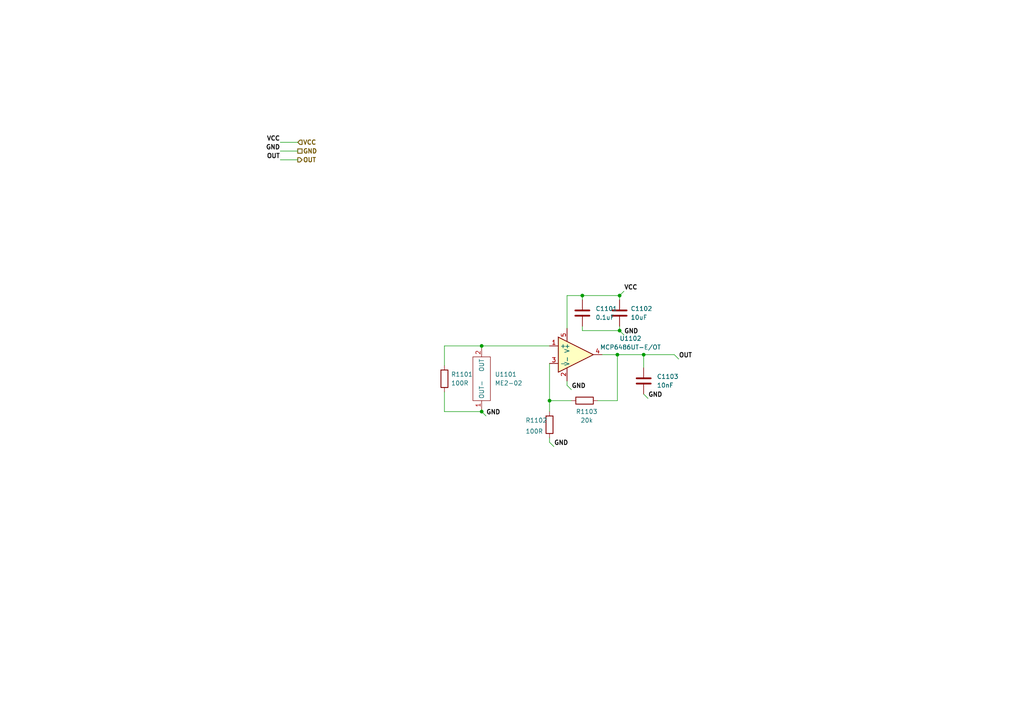
<source format=kicad_sch>
(kicad_sch (version 20211123) (generator eeschema)
  (paper "A4")
  (title_block (title "Power Unit - CanSat 2023") (date "2023-01-19") (rev "2023") (company "Project SkyFall") (comment 1 "David Haisman"))
  (lib_symbols
    (symbol "1Knihovna:MCP6486UT-E{slash}OT"
      (property "Reference" "U" (at 0 0 0))
      (property "Value" "MCP6486UT-E{slash}OT" (at 0 0 0))
      (symbol "MCP6486UT-E{slash}OT_0_1"
        (polyline (pts (xy -3.81 5.08) (xy 6.35 0) (xy -3.81 -5.08) (xy -3.81 5.08)) (stroke (width 0.254)) (fill (type background)))
      )
      (symbol "MCP6486UT-E{slash}OT_1_1"
        (pin input line (at -6.35 2.54 0) (length 2.54) (name "+") (number "1"))
        (pin power_in line (at -1.27 -7.62 90) (length 3.81) (name "V-") (number "2"))
        (pin input line (at -6.35 -2.54 0) (length 2.54) (name "-") (number "3"))
        (pin output line (at 8.89 0 180) (length 2.54) (name "~") (number "4"))
        (pin power_in line (at -1.27 7.62 270) (length 3.81) (name "V+") (number "5"))
      )
    )
    (symbol "1Knihovna:ME2-02"
      (property "Reference" "U" (at 0 7.62 0))
      (property "Value" "ME2-02" (at 0 5.08 0))
      (symbol "ME2-02_0_1"
        (rectangle (start -6.35 2.54) (end 6.35 -2.54))
      )
      (symbol "ME2-02_1_1"
        (pin passive line (at -8.89 0 0) (length 2.54) (name "OUT-") (number "1"))
        (pin output line (at 8.89 0 180) (length 2.54) (name "OUT") (number "2"))
        (pin no_connect line (at 0 -2.54 90) (length 2.54) hide (name "3") (number "3"))
      )
    )
    (symbol "Device:C" (pin_numbers hide) (pin_names (offset 0.254))
      (property "Reference" "C" (at 0.635 2.54 0))
      (property "Value" "C" (at 0.635 -2.54 0))
      (symbol "C_0_1"
        (polyline (pts (xy -2.032 -0.762) (xy 2.032 -0.762)) (stroke (width 0.508)))
        (polyline (pts (xy -2.032 0.762) (xy 2.032 0.762)) (stroke (width 0.508)))
      )
      (symbol "C_1_1"
        (pin passive line (at 0 3.81 270) (length 2.794) (name "~") (number "1"))
        (pin passive line (at 0 -3.81 90) (length 2.794) (name "~") (number "2"))
      )
    )
    (symbol "Device:R" (pin_numbers hide) (pin_names (offset 0))
      (property "Reference" "R" (at 2.032 0 90))
      (property "Value" "R" (at 0 0 90))
      (symbol "R_0_1"
        (rectangle (start -1.016 -2.54) (end 1.016 2.54) (stroke (width 0.254)))
      )
      (symbol "R_1_1"
        (pin passive line (at 0 3.81 270) (length 1.27) (name "~") (number "1"))
        (pin passive line (at 0 -3.81 90) (length 1.27) (name "~") (number "2"))
      )
    )
  )
  (junction (at 179.705 95.885))
  (junction (at 139.7 119.38))
  (junction (at 159.385 116.205))
  (junction (at 179.705 85.725))
  (junction (at 139.7 100.33))
  (junction (at 179.07 102.87))
  (junction (at 186.69 102.87))
  (junction (at 168.91 85.725))
  (wire (pts (xy 139.7 119.38) (xy 140.97 120.65)))
  (wire (pts (xy 139.7 118.745) (xy 139.7 119.38)))
  (wire (pts (xy 164.465 85.725) (xy 168.91 85.725)))
  (wire (pts (xy 173.355 116.205) (xy 179.07 116.205)))
  (wire (pts (xy 139.7 100.33) (xy 159.385 100.33)))
  (wire (pts (xy 179.705 85.725) (xy 180.975 84.455)))
  (wire (pts (xy 128.905 106.045) (xy 128.905 100.33)))
  (wire (pts (xy 164.465 111.76) (xy 165.735 113.03)))
  (wire (pts (xy 159.385 128.27) (xy 160.655 129.54)))
  (wire (pts (xy 186.69 106.68) (xy 186.69 102.87)))
  (wire (pts (xy 168.91 94.615) (xy 168.91 95.885)))
  (wire (pts (xy 179.705 95.885) (xy 179.705 94.615)))
  (wire (pts (xy 168.91 95.885) (xy 179.705 95.885)))
  (wire (pts (xy 165.735 116.205) (xy 159.385 116.205)))
  (wire (pts (xy 186.69 102.87) (xy 195.58 102.87)))
  (wire (pts (xy 174.625 102.87) (xy 179.07 102.87)))
  (wire (pts (xy 128.905 100.33) (xy 139.7 100.33)))
  (wire (pts (xy 159.385 119.38) (xy 159.385 116.205)))
  (wire (pts (xy 128.905 113.665) (xy 128.905 119.38)))
  (wire (pts (xy 81.28 41.275) (xy 86.36 41.275)))
  (wire (pts (xy 186.69 114.3) (xy 187.96 115.57)))
  (wire (pts (xy 164.465 111.76) (xy 164.465 110.49)))
  (wire (pts (xy 81.28 43.815) (xy 86.36 43.815)))
  (wire (pts (xy 179.07 102.87) (xy 179.07 116.205)))
  (wire (pts (xy 159.385 128.27) (xy 159.385 127)))
  (wire (pts (xy 168.91 86.995) (xy 168.91 85.725)))
  (wire (pts (xy 179.07 102.87) (xy 186.69 102.87)))
  (wire (pts (xy 179.705 85.725) (xy 179.705 86.995)))
  (wire (pts (xy 159.385 105.41) (xy 159.385 116.205)))
  (wire (pts (xy 128.905 119.38) (xy 139.7 119.38)))
  (wire (pts (xy 164.465 95.25) (xy 164.465 85.725)))
  (wire (pts (xy 86.36 46.355) (xy 81.28 46.355)))
  (wire (pts (xy 179.705 95.885) (xy 180.975 97.155)))
  (wire (pts (xy 195.58 102.87) (xy 196.85 104.14)))
  (wire (pts (xy 168.91 85.725) (xy 179.705 85.725)))
  (wire (pts (xy 139.7 100.33) (xy 139.7 100.965)))
  (label "GND" (at 81.28 43.815 180) (effects (font (thickness 0.254) bold)))
  (label "GND" (at 187.96 115.57 0) (effects (font (thickness 0.254) bold)))
  (label "OUT" (at 196.85 104.14 0) (effects (font bold)))
  (label "VCC" (at 81.28 41.275 180) (effects (font (thickness 0.254) bold)))
  (label "GND" (at 165.735 113.03 0) (effects (font (thickness 0.254) bold)))
  (label "OUT" (at 81.28 46.355 180) (effects (font bold)))
  (label "GND" (at 160.655 129.54 0) (effects (font (thickness 0.254) bold)))
  (label "GND" (at 140.97 120.65 0) (effects (font (thickness 0.254) bold)))
  (label "VCC" (at 180.975 84.455 0) (effects (font (thickness 0.254) bold)))
  (label "GND" (at 180.975 97.155 0) (effects (font (thickness 0.254) bold)))
  (hierarchical_label "VCC" (shape input) (at 86.36 41.275 0) (effects (font (thickness 0.254) bold)))
  (hierarchical_label "GND" (shape passive) (at 86.36 43.815 0) (effects (font (thickness 0.254) bold)))
  (hierarchical_label "OUT" (shape output) (at 86.36 46.355 0) (effects (font bold)))
  (symbol (lib_id "Device:C") (at 168.91 90.805 0) (unit 1)
    (property "Reference" "C1101" (at 172.72 89.5349 0) (effects (justify left)))
    (property "Value" "0.1uF" (at 172.72 92.0749 0) (effects (justify left)))
    (property "Footprint" "CanSat_2023:C_0805_2012Metric" (effects hide))
  )
  (symbol (lib_id "Device:C") (at 186.69 110.49 0) (unit 1)
    (property "Reference" "C1103" (at 190.5 109.2199 0) (effects (justify left)))
    (property "Value" "10nF" (at 190.5 111.7599 0) (effects (justify left)))
    (property "Footprint" "CanSat_2023:C_0805_2012Metric" (effects hide))
  )
  (symbol (lib_id "1Knihovna:ME2-02") (at 139.7 109.855 90) (unit 1)
    (property "Reference" "U1101" (at 143.51 108.5849 90) (effects (justify right)))
    (property "Value" "ME2-02" (at 143.51 111.1249 90) (effects (justify right)))
    (property "Footprint" "CanSat_2023:ME2-O2" (effects hide))
  )
  (symbol (lib_id "1Knihovna:MCP6486UT-E{slash}OT") (at 165.735 102.87 0) (unit 1)
    (property "Reference" "U1102" (at 182.88 98.171 0))
    (property "Value" "MCP6486UT-E/OT" (at 182.88 100.711 0))
    (property "Footprint" "CanSat_2023:SOT-23-5" (effects hide))
  )
  (symbol (lib_id "Device:R") (at 159.385 123.19 180) (unit 1)
    (property "Reference" "R1102" (at 152.4 121.92 0) (effects (justify right)))
    (property "Value" "100R" (at 152.4 125.095 0) (effects (justify right)))
    (property "Footprint" "CanSat_2023:R_0805_2012Metric" (effects hide))
  )
  (symbol (lib_id "Device:R") (at 128.905 109.855 0) (unit 1)
    (property "Reference" "R1101" (at 130.81 108.5849 0) (effects (justify left)))
    (property "Value" "100R" (at 130.81 111.1249 0) (effects (justify left)))
    (property "Footprint" "CanSat_2023:R_0805_2012Metric" (effects hide))
  )
  (symbol (lib_id "Device:R") (at 169.545 116.205 90) (unit 1)
    (property "Reference" "R1103" (at 170.18 119.38 90))
    (property "Value" "20k" (at 170.18 121.92 90))
    (property "Footprint" "CanSat_2023:R_0805_2012Metric" (effects hide))
  )
  (symbol (lib_id "Device:C") (at 179.705 90.805 0) (unit 1)
    (property "Reference" "C1102" (at 182.88 89.5349 0) (effects (justify left)))
    (property "Value" "10uF" (at 182.88 92.0749 0) (effects (justify left)))
    (property "Footprint" "CanSat_2023:C_0805_2012Metric" (effects hide))
  )
)
</source>
